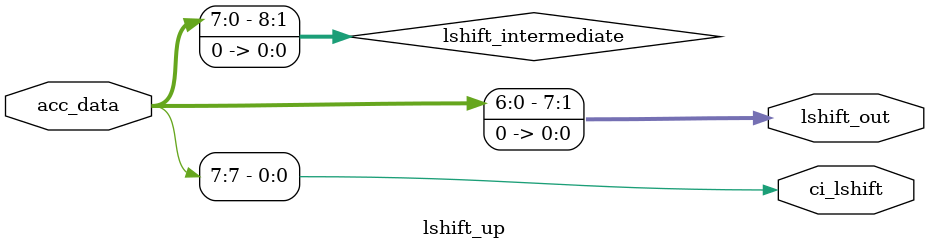
<source format=v>
module lshift_up(acc_data,
			lshift_out,ci_lshift);
		
	input [7:0]acc_data; //[15:0]acc_data; 
	
	output ci_lshift;
	output [7:0]lshift_out; //[15:0]lshift_out;
	
	wire [8:0]lshift_intermediate; //[16:0]lshift_intermediate;
	
	assign lshift_intermediate=acc_data<<1'b1;
	
	assign lshift_out = lshift_intermediate[7:0]; //assign lshift_out = lshift_intermediate[15:0];
	assign ci_lshift=lshift_intermediate[8]; //assign ci_lshift=lshift_intermediate[16];
		
endmodule


</source>
